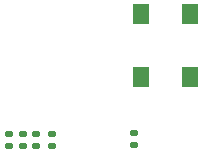
<source format=gbr>
%TF.GenerationSoftware,KiCad,Pcbnew,(6.0.2)*%
%TF.CreationDate,2022-04-10T14:27:56+08:00*%
%TF.ProjectId,PlantCare,506c616e-7443-4617-9265-2e6b69636164,rev?*%
%TF.SameCoordinates,Original*%
%TF.FileFunction,Paste,Bot*%
%TF.FilePolarity,Positive*%
%FSLAX46Y46*%
G04 Gerber Fmt 4.6, Leading zero omitted, Abs format (unit mm)*
G04 Created by KiCad (PCBNEW (6.0.2)) date 2022-04-10 14:27:56*
%MOMM*%
%LPD*%
G01*
G04 APERTURE LIST*
G04 Aperture macros list*
%AMRoundRect*
0 Rectangle with rounded corners*
0 $1 Rounding radius*
0 $2 $3 $4 $5 $6 $7 $8 $9 X,Y pos of 4 corners*
0 Add a 4 corners polygon primitive as box body*
4,1,4,$2,$3,$4,$5,$6,$7,$8,$9,$2,$3,0*
0 Add four circle primitives for the rounded corners*
1,1,$1+$1,$2,$3*
1,1,$1+$1,$4,$5*
1,1,$1+$1,$6,$7*
1,1,$1+$1,$8,$9*
0 Add four rect primitives between the rounded corners*
20,1,$1+$1,$2,$3,$4,$5,0*
20,1,$1+$1,$4,$5,$6,$7,0*
20,1,$1+$1,$6,$7,$8,$9,0*
20,1,$1+$1,$8,$9,$2,$3,0*%
G04 Aperture macros list end*
%ADD10RoundRect,0.135000X0.185000X-0.135000X0.185000X0.135000X-0.185000X0.135000X-0.185000X-0.135000X0*%
%ADD11R,1.350000X1.800000*%
%ADD12RoundRect,0.135000X-0.185000X0.135000X-0.185000X-0.135000X0.185000X-0.135000X0.185000X0.135000X0*%
%ADD13RoundRect,0.147500X0.172500X-0.147500X0.172500X0.147500X-0.172500X0.147500X-0.172500X-0.147500X0*%
G04 APERTURE END LIST*
D10*
%TO.C,R6*%
X128300000Y-97110000D03*
X128300000Y-96090000D03*
%TD*%
D11*
%TO.C,SW2*%
X128925000Y-91400000D03*
X133075000Y-91400000D03*
%TD*%
D12*
%TO.C,R2*%
X117700000Y-96190000D03*
X117700000Y-97210000D03*
%TD*%
D10*
%TO.C,R5*%
X120000000Y-97210000D03*
X120000000Y-96190000D03*
%TD*%
%TO.C,R7*%
X121400000Y-96200000D03*
X121400000Y-97220000D03*
%TD*%
D13*
%TO.C,D1*%
X118900000Y-96215000D03*
X118900000Y-97185000D03*
%TD*%
D11*
%TO.C,SW3*%
X128925000Y-86000000D03*
X133075000Y-86000000D03*
%TD*%
M02*

</source>
